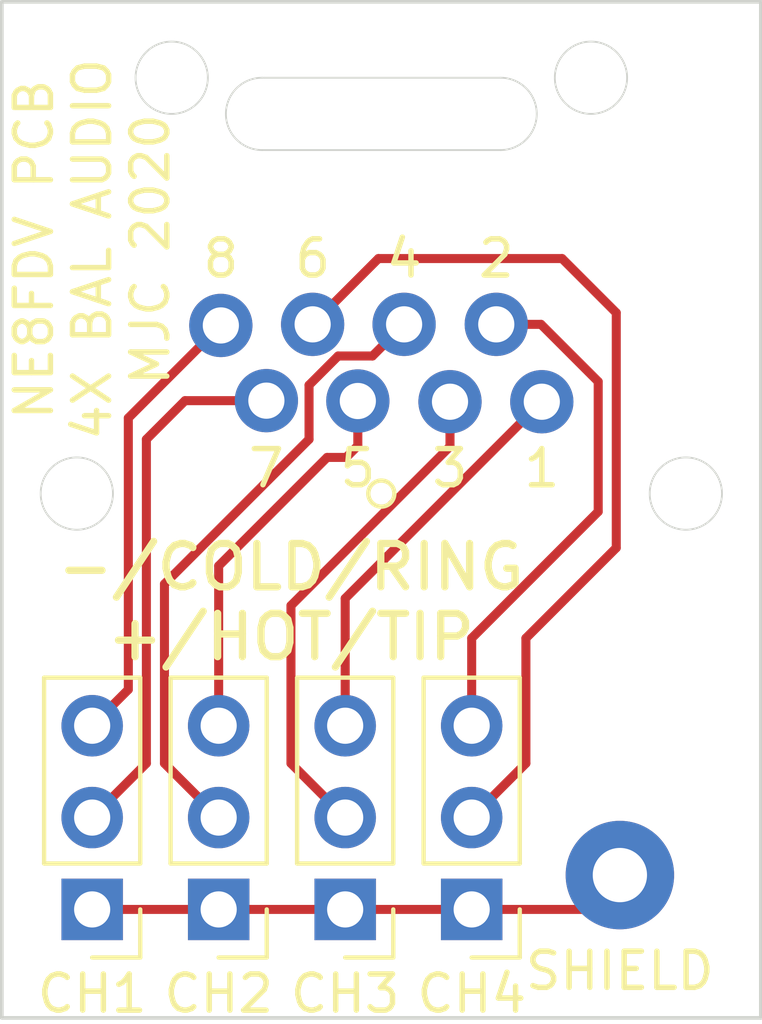
<source format=kicad_pcb>
(kicad_pcb (version 20171130) (host pcbnew "(5.1.5)-3")

  (general
    (thickness 1.6)
    (drawings 15)
    (tracks 42)
    (zones 0)
    (modules 13)
    (nets 1)
  )

  (page A4)
  (layers
    (0 F.Cu signal)
    (31 B.Cu signal)
    (33 F.Adhes user hide)
    (35 F.Paste user hide)
    (37 F.SilkS user)
    (38 B.Mask user)
    (39 F.Mask user)
    (40 Dwgs.User user hide)
    (41 Cmts.User user hide)
    (42 Eco1.User user hide)
    (43 Eco2.User user hide)
    (44 Edge.Cuts user)
    (45 Margin user hide)
    (46 B.CrtYd user)
    (47 F.CrtYd user hide)
    (49 F.Fab user hide)
  )

  (setup
    (last_trace_width 0.25)
    (user_trace_width 1)
    (user_trace_width 3)
    (trace_clearance 0.2)
    (zone_clearance 0.508)
    (zone_45_only no)
    (trace_min 0.2)
    (via_size 0.8)
    (via_drill 0.4)
    (via_min_size 0.4)
    (via_min_drill 0.3)
    (uvia_size 0.3)
    (uvia_drill 0.1)
    (uvias_allowed no)
    (uvia_min_size 0.2)
    (uvia_min_drill 0.1)
    (edge_width 0.05)
    (segment_width 0.2)
    (pcb_text_width 0.3)
    (pcb_text_size 1.5 1.5)
    (mod_edge_width 0.12)
    (mod_text_size 1 1)
    (mod_text_width 0.15)
    (pad_size 3 3)
    (pad_drill 1.50114)
    (pad_to_mask_clearance 0.051)
    (solder_mask_min_width 0.25)
    (aux_axis_origin 135 115)
    (grid_origin 135 115)
    (visible_elements 7FFFFFFF)
    (pcbplotparams
      (layerselection 0x010e0_ffffffff)
      (usegerberextensions true)
      (usegerberattributes false)
      (usegerberadvancedattributes false)
      (creategerberjobfile true)
      (excludeedgelayer false)
      (linewidth 0.100000)
      (plotframeref false)
      (viasonmask false)
      (mode 1)
      (useauxorigin false)
      (hpglpennumber 1)
      (hpglpenspeed 20)
      (hpglpendiameter 15.000000)
      (psnegative false)
      (psa4output false)
      (plotreference true)
      (plotvalue true)
      (plotinvisibletext false)
      (padsonsilk false)
      (subtractmaskfromsilk false)
      (outputformat 1)
      (mirror false)
      (drillshape 0)
      (scaleselection 1)
      (outputdirectory "gerber_and_drill/"))
  )

  (net 0 "")

  (net_class Default "This is the default net class."
    (clearance 0.2)
    (trace_width 0.25)
    (via_dia 0.8)
    (via_drill 0.4)
    (uvia_dia 0.3)
    (uvia_drill 0.1)
  )

  (module Connector_Wire:SolderWirePad_1x01_Drill1mm (layer F.Cu) (tedit 5E55B1CD) (tstamp 5E560618)
    (at 139.44 112.46)
    (descr "Wire solder connection")
    (tags connector)
    (attr virtual)
    (fp_text reference 1 (at 0 1.84) (layer F.SilkS)
      (effects (font (size 1 1) (thickness 0.15)))
    )
    (fp_text value SolderWirePad_1x01_Drill1mm (at 0 3.175) (layer F.Fab)
      (effects (font (size 1 1) (thickness 0.15)))
    )
    (fp_text user %R (at 0 0) (layer F.Fab)
      (effects (font (size 1 1) (thickness 0.15)))
    )
    (fp_line (start -1.75 -1.75) (end 1.75 -1.75) (layer F.CrtYd) (width 0.05))
    (fp_line (start -1.75 -1.75) (end -1.75 1.75) (layer F.CrtYd) (width 0.05))
    (fp_line (start 1.75 1.75) (end 1.75 -1.75) (layer F.CrtYd) (width 0.05))
    (fp_line (start 1.75 1.75) (end -1.75 1.75) (layer F.CrtYd) (width 0.05))
    (pad 1 thru_hole circle (at 0 0) (size 1.75 1.75) (drill 1.00076) (layers *.Cu *.Mask))
  )

  (module Connector_PinHeader_2.54mm:PinHeader_1x03_P2.54mm_Vertical (layer F.Cu) (tedit 59FED5CC) (tstamp 5F8AAD51)
    (at 137.5 126.5 180)
    (descr "Through hole straight pin header, 1x03, 2.54mm pitch, single row")
    (tags "Through hole pin header THT 1x03 2.54mm single row")
    (fp_text reference CH4 (at 0 -2.33) (layer F.SilkS)
      (effects (font (size 1 1) (thickness 0.15)))
    )
    (fp_text value PinHeader_1x03_P2.54mm_Vertical (at 0 7.41) (layer F.Fab)
      (effects (font (size 1 1) (thickness 0.15)))
    )
    (fp_line (start -0.635 -1.27) (end 1.27 -1.27) (layer F.Fab) (width 0.1))
    (fp_line (start 1.27 -1.27) (end 1.27 6.35) (layer F.Fab) (width 0.1))
    (fp_line (start 1.27 6.35) (end -1.27 6.35) (layer F.Fab) (width 0.1))
    (fp_line (start -1.27 6.35) (end -1.27 -0.635) (layer F.Fab) (width 0.1))
    (fp_line (start -1.27 -0.635) (end -0.635 -1.27) (layer F.Fab) (width 0.1))
    (fp_line (start -1.33 6.41) (end 1.33 6.41) (layer F.SilkS) (width 0.12))
    (fp_line (start -1.33 1.27) (end -1.33 6.41) (layer F.SilkS) (width 0.12))
    (fp_line (start 1.33 1.27) (end 1.33 6.41) (layer F.SilkS) (width 0.12))
    (fp_line (start -1.33 1.27) (end 1.33 1.27) (layer F.SilkS) (width 0.12))
    (fp_line (start -1.33 0) (end -1.33 -1.33) (layer F.SilkS) (width 0.12))
    (fp_line (start -1.33 -1.33) (end 0 -1.33) (layer F.SilkS) (width 0.12))
    (fp_line (start -1.8 -1.8) (end -1.8 6.85) (layer F.CrtYd) (width 0.05))
    (fp_line (start -1.8 6.85) (end 1.8 6.85) (layer F.CrtYd) (width 0.05))
    (fp_line (start 1.8 6.85) (end 1.8 -1.8) (layer F.CrtYd) (width 0.05))
    (fp_line (start 1.8 -1.8) (end -1.8 -1.8) (layer F.CrtYd) (width 0.05))
    (fp_text user %R (at 0 2.54 90) (layer F.Fab)
      (effects (font (size 1 1) (thickness 0.15)))
    )
    (pad 1 thru_hole rect (at 0 0 180) (size 1.7 1.7) (drill 1) (layers *.Cu *.Mask))
    (pad 2 thru_hole oval (at 0 2.54 180) (size 1.7 1.7) (drill 1) (layers *.Cu *.Mask))
    (pad 3 thru_hole oval (at 0 5.08 180) (size 1.7 1.7) (drill 1) (layers *.Cu *.Mask))
    (model ${KISYS3DMOD}/Connector_PinHeader_2.54mm.3dshapes/PinHeader_1x03_P2.54mm_Vertical.wrl
      (at (xyz 0 0 0))
      (scale (xyz 1 1 1))
      (rotate (xyz 0 0 0))
    )
  )

  (module Connector_PinHeader_2.54mm:PinHeader_1x03_P2.54mm_Vertical (layer F.Cu) (tedit 59FED5CC) (tstamp 5F8AAD25)
    (at 134 126.5 180)
    (descr "Through hole straight pin header, 1x03, 2.54mm pitch, single row")
    (tags "Through hole pin header THT 1x03 2.54mm single row")
    (fp_text reference CH3 (at 0 -2.33) (layer F.SilkS)
      (effects (font (size 1 1) (thickness 0.15)))
    )
    (fp_text value PinHeader_1x03_P2.54mm_Vertical (at 0 7.41) (layer F.Fab)
      (effects (font (size 1 1) (thickness 0.15)))
    )
    (fp_text user %R (at 0 2.54 90) (layer F.Fab)
      (effects (font (size 1 1) (thickness 0.15)))
    )
    (fp_line (start 1.8 -1.8) (end -1.8 -1.8) (layer F.CrtYd) (width 0.05))
    (fp_line (start 1.8 6.85) (end 1.8 -1.8) (layer F.CrtYd) (width 0.05))
    (fp_line (start -1.8 6.85) (end 1.8 6.85) (layer F.CrtYd) (width 0.05))
    (fp_line (start -1.8 -1.8) (end -1.8 6.85) (layer F.CrtYd) (width 0.05))
    (fp_line (start -1.33 -1.33) (end 0 -1.33) (layer F.SilkS) (width 0.12))
    (fp_line (start -1.33 0) (end -1.33 -1.33) (layer F.SilkS) (width 0.12))
    (fp_line (start -1.33 1.27) (end 1.33 1.27) (layer F.SilkS) (width 0.12))
    (fp_line (start 1.33 1.27) (end 1.33 6.41) (layer F.SilkS) (width 0.12))
    (fp_line (start -1.33 1.27) (end -1.33 6.41) (layer F.SilkS) (width 0.12))
    (fp_line (start -1.33 6.41) (end 1.33 6.41) (layer F.SilkS) (width 0.12))
    (fp_line (start -1.27 -0.635) (end -0.635 -1.27) (layer F.Fab) (width 0.1))
    (fp_line (start -1.27 6.35) (end -1.27 -0.635) (layer F.Fab) (width 0.1))
    (fp_line (start 1.27 6.35) (end -1.27 6.35) (layer F.Fab) (width 0.1))
    (fp_line (start 1.27 -1.27) (end 1.27 6.35) (layer F.Fab) (width 0.1))
    (fp_line (start -0.635 -1.27) (end 1.27 -1.27) (layer F.Fab) (width 0.1))
    (pad 3 thru_hole oval (at 0 5.08 180) (size 1.7 1.7) (drill 1) (layers *.Cu *.Mask))
    (pad 2 thru_hole oval (at 0 2.54 180) (size 1.7 1.7) (drill 1) (layers *.Cu *.Mask))
    (pad 1 thru_hole rect (at 0 0 180) (size 1.7 1.7) (drill 1) (layers *.Cu *.Mask))
    (model ${KISYS3DMOD}/Connector_PinHeader_2.54mm.3dshapes/PinHeader_1x03_P2.54mm_Vertical.wrl
      (at (xyz 0 0 0))
      (scale (xyz 1 1 1))
      (rotate (xyz 0 0 0))
    )
  )

  (module Connector_PinHeader_2.54mm:PinHeader_1x03_P2.54mm_Vertical (layer F.Cu) (tedit 59FED5CC) (tstamp 5F8AACF9)
    (at 130.5 126.5 180)
    (descr "Through hole straight pin header, 1x03, 2.54mm pitch, single row")
    (tags "Through hole pin header THT 1x03 2.54mm single row")
    (fp_text reference CH2 (at 0 -2.33) (layer F.SilkS)
      (effects (font (size 1 1) (thickness 0.15)))
    )
    (fp_text value PinHeader_1x03_P2.54mm_Vertical (at 0 7.41) (layer F.Fab)
      (effects (font (size 1 1) (thickness 0.15)))
    )
    (fp_line (start -0.635 -1.27) (end 1.27 -1.27) (layer F.Fab) (width 0.1))
    (fp_line (start 1.27 -1.27) (end 1.27 6.35) (layer F.Fab) (width 0.1))
    (fp_line (start 1.27 6.35) (end -1.27 6.35) (layer F.Fab) (width 0.1))
    (fp_line (start -1.27 6.35) (end -1.27 -0.635) (layer F.Fab) (width 0.1))
    (fp_line (start -1.27 -0.635) (end -0.635 -1.27) (layer F.Fab) (width 0.1))
    (fp_line (start -1.33 6.41) (end 1.33 6.41) (layer F.SilkS) (width 0.12))
    (fp_line (start -1.33 1.27) (end -1.33 6.41) (layer F.SilkS) (width 0.12))
    (fp_line (start 1.33 1.27) (end 1.33 6.41) (layer F.SilkS) (width 0.12))
    (fp_line (start -1.33 1.27) (end 1.33 1.27) (layer F.SilkS) (width 0.12))
    (fp_line (start -1.33 0) (end -1.33 -1.33) (layer F.SilkS) (width 0.12))
    (fp_line (start -1.33 -1.33) (end 0 -1.33) (layer F.SilkS) (width 0.12))
    (fp_line (start -1.8 -1.8) (end -1.8 6.85) (layer F.CrtYd) (width 0.05))
    (fp_line (start -1.8 6.85) (end 1.8 6.85) (layer F.CrtYd) (width 0.05))
    (fp_line (start 1.8 6.85) (end 1.8 -1.8) (layer F.CrtYd) (width 0.05))
    (fp_line (start 1.8 -1.8) (end -1.8 -1.8) (layer F.CrtYd) (width 0.05))
    (fp_text user %R (at 0 2.54 90) (layer F.Fab)
      (effects (font (size 1 1) (thickness 0.15)))
    )
    (pad 1 thru_hole rect (at 0 0 180) (size 1.7 1.7) (drill 1) (layers *.Cu *.Mask))
    (pad 2 thru_hole oval (at 0 2.54 180) (size 1.7 1.7) (drill 1) (layers *.Cu *.Mask))
    (pad 3 thru_hole oval (at 0 5.08 180) (size 1.7 1.7) (drill 1) (layers *.Cu *.Mask))
    (model ${KISYS3DMOD}/Connector_PinHeader_2.54mm.3dshapes/PinHeader_1x03_P2.54mm_Vertical.wrl
      (at (xyz 0 0 0))
      (scale (xyz 1 1 1))
      (rotate (xyz 0 0 0))
    )
  )

  (module Connector_PinHeader_2.54mm:PinHeader_1x03_P2.54mm_Vertical (layer F.Cu) (tedit 59FED5CC) (tstamp 5F8AAC63)
    (at 127 126.5 180)
    (descr "Through hole straight pin header, 1x03, 2.54mm pitch, single row")
    (tags "Through hole pin header THT 1x03 2.54mm single row")
    (fp_text reference CH1 (at 0 -2.33) (layer F.SilkS)
      (effects (font (size 1 1) (thickness 0.15)))
    )
    (fp_text value PinHeader_1x03_P2.54mm_Vertical (at 0 7.41) (layer F.Fab)
      (effects (font (size 1 1) (thickness 0.15)))
    )
    (fp_text user %R (at 0 2.54 90) (layer F.Fab)
      (effects (font (size 1 1) (thickness 0.15)))
    )
    (fp_line (start 1.8 -1.8) (end -1.8 -1.8) (layer F.CrtYd) (width 0.05))
    (fp_line (start 1.8 6.85) (end 1.8 -1.8) (layer F.CrtYd) (width 0.05))
    (fp_line (start -1.8 6.85) (end 1.8 6.85) (layer F.CrtYd) (width 0.05))
    (fp_line (start -1.8 -1.8) (end -1.8 6.85) (layer F.CrtYd) (width 0.05))
    (fp_line (start -1.33 -1.33) (end 0 -1.33) (layer F.SilkS) (width 0.12))
    (fp_line (start -1.33 0) (end -1.33 -1.33) (layer F.SilkS) (width 0.12))
    (fp_line (start -1.33 1.27) (end 1.33 1.27) (layer F.SilkS) (width 0.12))
    (fp_line (start 1.33 1.27) (end 1.33 6.41) (layer F.SilkS) (width 0.12))
    (fp_line (start -1.33 1.27) (end -1.33 6.41) (layer F.SilkS) (width 0.12))
    (fp_line (start -1.33 6.41) (end 1.33 6.41) (layer F.SilkS) (width 0.12))
    (fp_line (start -1.27 -0.635) (end -0.635 -1.27) (layer F.Fab) (width 0.1))
    (fp_line (start -1.27 6.35) (end -1.27 -0.635) (layer F.Fab) (width 0.1))
    (fp_line (start 1.27 6.35) (end -1.27 6.35) (layer F.Fab) (width 0.1))
    (fp_line (start 1.27 -1.27) (end 1.27 6.35) (layer F.Fab) (width 0.1))
    (fp_line (start -0.635 -1.27) (end 1.27 -1.27) (layer F.Fab) (width 0.1))
    (pad 3 thru_hole oval (at 0 5.08 180) (size 1.7 1.7) (drill 1) (layers *.Cu *.Mask))
    (pad 2 thru_hole oval (at 0 2.54 180) (size 1.7 1.7) (drill 1) (layers *.Cu *.Mask))
    (pad 1 thru_hole rect (at 0 0 180) (size 1.7 1.7) (drill 1) (layers *.Cu *.Mask))
    (model ${KISYS3DMOD}/Connector_PinHeader_2.54mm.3dshapes/PinHeader_1x03_P2.54mm_Vertical.wrl
      (at (xyz 0 0 0))
      (scale (xyz 1 1 1))
      (rotate (xyz 0 0 0))
    )
  )

  (module Connector_Wire:SolderWirePad_1x01_Drill1.5mm (layer F.Cu) (tedit 5E55B1AD) (tstamp 5E561F4F)
    (at 141.6 125.55)
    (descr "Wire solder connection")
    (tags connector)
    (attr virtual)
    (fp_text reference SHIELD (at 0 2.65) (layer F.SilkS)
      (effects (font (size 1 1) (thickness 0.15)))
    )
    (fp_text value SolderWirePad_1x01_Drill1.5mm (at 0 3.81) (layer F.Fab)
      (effects (font (size 1 1) (thickness 0.15)))
    )
    (fp_line (start 2.5 2.5) (end -2.5 2.5) (layer F.CrtYd) (width 0.05))
    (fp_line (start 2.5 2.5) (end 2.5 -2.5) (layer F.CrtYd) (width 0.05))
    (fp_line (start -2.5 -2.5) (end -2.5 2.5) (layer F.CrtYd) (width 0.05))
    (fp_line (start -2.5 -2.5) (end 2.5 -2.5) (layer F.CrtYd) (width 0.05))
    (fp_text user %R (at 0 0) (layer F.Fab)
      (effects (font (size 1 1) (thickness 0.15)))
    )
    (pad 1 thru_hole circle (at 0 0) (size 3 3) (drill 1.50114) (layers *.Cu *.Mask))
  )

  (module Connector_Wire:SolderWirePad_1x01_Drill1mm (layer F.Cu) (tedit 5E55B1E2) (tstamp 5E56045A)
    (at 138.18 110.32)
    (descr "Wire solder connection")
    (tags connector)
    (attr virtual)
    (fp_text reference 2 (at 0 -1.82) (layer F.SilkS)
      (effects (font (size 1 1) (thickness 0.15)))
    )
    (fp_text value SolderWirePad_1x01_Drill1mm (at 0 3.175) (layer F.Fab)
      (effects (font (size 1 1) (thickness 0.15)))
    )
    (fp_line (start 1.75 1.75) (end -1.75 1.75) (layer F.CrtYd) (width 0.05))
    (fp_line (start 1.75 1.75) (end 1.75 -1.75) (layer F.CrtYd) (width 0.05))
    (fp_line (start -1.75 -1.75) (end -1.75 1.75) (layer F.CrtYd) (width 0.05))
    (fp_line (start -1.75 -1.75) (end 1.75 -1.75) (layer F.CrtYd) (width 0.05))
    (fp_text user %R (at 0 0) (layer F.Fab)
      (effects (font (size 1 1) (thickness 0.15)))
    )
    (pad 1 thru_hole circle (at 0 0) (size 1.75 1.75) (drill 1.00076) (layers *.Cu *.Mask))
  )

  (module Connector_Wire:SolderWirePad_1x01_Drill1mm (layer F.Cu) (tedit 5E55B1DE) (tstamp 5E56045A)
    (at 135.63 110.32)
    (descr "Wire solder connection")
    (tags connector)
    (attr virtual)
    (fp_text reference 4 (at 0 -1.82) (layer F.SilkS)
      (effects (font (size 1 1) (thickness 0.15)))
    )
    (fp_text value SolderWirePad_1x01_Drill1mm (at 0 3.175) (layer F.Fab)
      (effects (font (size 1 1) (thickness 0.15)))
    )
    (fp_line (start 1.75 1.75) (end -1.75 1.75) (layer F.CrtYd) (width 0.05))
    (fp_line (start 1.75 1.75) (end 1.75 -1.75) (layer F.CrtYd) (width 0.05))
    (fp_line (start -1.75 -1.75) (end -1.75 1.75) (layer F.CrtYd) (width 0.05))
    (fp_line (start -1.75 -1.75) (end 1.75 -1.75) (layer F.CrtYd) (width 0.05))
    (fp_text user %R (at 0 0) (layer F.Fab)
      (effects (font (size 1 1) (thickness 0.15)))
    )
    (pad 1 thru_hole circle (at 0 0) (size 1.75 1.75) (drill 1.00076) (layers *.Cu *.Mask))
  )

  (module Connector_Wire:SolderWirePad_1x01_Drill1mm (layer F.Cu) (tedit 5E55B1D8) (tstamp 5E56045A)
    (at 133.1 110.32)
    (descr "Wire solder connection")
    (tags connector)
    (attr virtual)
    (fp_text reference 6 (at 0 -1.82) (layer F.SilkS)
      (effects (font (size 1 1) (thickness 0.15)))
    )
    (fp_text value SolderWirePad_1x01_Drill1mm (at 0 3.175) (layer F.Fab)
      (effects (font (size 1 1) (thickness 0.15)))
    )
    (fp_line (start 1.75 1.75) (end -1.75 1.75) (layer F.CrtYd) (width 0.05))
    (fp_line (start 1.75 1.75) (end 1.75 -1.75) (layer F.CrtYd) (width 0.05))
    (fp_line (start -1.75 -1.75) (end -1.75 1.75) (layer F.CrtYd) (width 0.05))
    (fp_line (start -1.75 -1.75) (end 1.75 -1.75) (layer F.CrtYd) (width 0.05))
    (fp_text user %R (at 0 0) (layer F.Fab)
      (effects (font (size 1 1) (thickness 0.15)))
    )
    (pad 1 thru_hole circle (at 0 0) (size 1.75 1.75) (drill 1.00076) (layers *.Cu *.Mask))
  )

  (module Connector_Wire:SolderWirePad_1x01_Drill1mm (layer F.Cu) (tedit 5E55B1B9) (tstamp 5E560735)
    (at 131.82 112.43)
    (descr "Wire solder connection")
    (tags connector)
    (attr virtual)
    (fp_text reference 7 (at 0 1.87) (layer F.SilkS)
      (effects (font (size 1 1) (thickness 0.15)))
    )
    (fp_text value SolderWirePad_1x01_Drill1mm (at 0 3.175) (layer F.Fab)
      (effects (font (size 1 1) (thickness 0.15)))
    )
    (fp_line (start 1.75 1.75) (end -1.75 1.75) (layer F.CrtYd) (width 0.05))
    (fp_line (start 1.75 1.75) (end 1.75 -1.75) (layer F.CrtYd) (width 0.05))
    (fp_line (start -1.75 -1.75) (end -1.75 1.75) (layer F.CrtYd) (width 0.05))
    (fp_line (start -1.75 -1.75) (end 1.75 -1.75) (layer F.CrtYd) (width 0.05))
    (fp_text user %R (at 0 0) (layer F.Fab)
      (effects (font (size 1 1) (thickness 0.15)))
    )
    (pad 1 thru_hole circle (at 0 0) (size 1.75 1.75) (drill 1.00076) (layers *.Cu *.Mask))
  )

  (module Connector_Wire:SolderWirePad_1x01_Drill1mm (layer F.Cu) (tedit 5E55B1C2) (tstamp 5E56045A)
    (at 134.35 112.44)
    (descr "Wire solder connection")
    (tags connector)
    (attr virtual)
    (fp_text reference 5 (at 0 1.86) (layer F.SilkS)
      (effects (font (size 1 1) (thickness 0.15)))
    )
    (fp_text value SolderWirePad_1x01_Drill1mm (at 0 3.175) (layer F.Fab)
      (effects (font (size 1 1) (thickness 0.15)))
    )
    (fp_line (start 1.75 1.75) (end -1.75 1.75) (layer F.CrtYd) (width 0.05))
    (fp_line (start 1.75 1.75) (end 1.75 -1.75) (layer F.CrtYd) (width 0.05))
    (fp_line (start -1.75 -1.75) (end -1.75 1.75) (layer F.CrtYd) (width 0.05))
    (fp_line (start -1.75 -1.75) (end 1.75 -1.75) (layer F.CrtYd) (width 0.05))
    (fp_text user %R (at 0 0) (layer F.Fab)
      (effects (font (size 1 1) (thickness 0.15)))
    )
    (pad 1 thru_hole circle (at 0 0) (size 1.75 1.75) (drill 1.00076) (layers *.Cu *.Mask))
  )

  (module Connector_Wire:SolderWirePad_1x01_Drill1mm (layer F.Cu) (tedit 5E55B1C8) (tstamp 5E56045A)
    (at 136.9 112.46)
    (descr "Wire solder connection")
    (tags connector)
    (attr virtual)
    (fp_text reference 3 (at 0 1.84) (layer F.SilkS)
      (effects (font (size 1 1) (thickness 0.15)))
    )
    (fp_text value SolderWirePad_1x01_Drill1mm (at 0 3.175) (layer F.Fab)
      (effects (font (size 1 1) (thickness 0.15)))
    )
    (fp_line (start 1.75 1.75) (end -1.75 1.75) (layer F.CrtYd) (width 0.05))
    (fp_line (start 1.75 1.75) (end 1.75 -1.75) (layer F.CrtYd) (width 0.05))
    (fp_line (start -1.75 -1.75) (end -1.75 1.75) (layer F.CrtYd) (width 0.05))
    (fp_line (start -1.75 -1.75) (end 1.75 -1.75) (layer F.CrtYd) (width 0.05))
    (fp_text user %R (at 0 0) (layer F.Fab)
      (effects (font (size 1 1) (thickness 0.15)))
    )
    (pad 1 thru_hole circle (at 0 0) (size 1.75 1.75) (drill 1.00076) (layers *.Cu *.Mask))
  )

  (module Connector_Wire:SolderWirePad_1x01_Drill1mm (layer F.Cu) (tedit 5E55B1D3) (tstamp 5E5603C7)
    (at 130.56 110.35)
    (descr "Wire solder connection")
    (tags connector)
    (attr virtual)
    (fp_text reference 8 (at 0 -1.85) (layer F.SilkS)
      (effects (font (size 1 1) (thickness 0.15)))
    )
    (fp_text value SolderWirePad_1x01_Drill1mm (at 0 3.175) (layer F.Fab)
      (effects (font (size 1 1) (thickness 0.15)))
    )
    (fp_line (start 1.75 1.75) (end -1.75 1.75) (layer F.CrtYd) (width 0.05))
    (fp_line (start 1.75 1.75) (end 1.75 -1.75) (layer F.CrtYd) (width 0.05))
    (fp_line (start -1.75 -1.75) (end -1.75 1.75) (layer F.CrtYd) (width 0.05))
    (fp_line (start -1.75 -1.75) (end 1.75 -1.75) (layer F.CrtYd) (width 0.05))
    (fp_text user %R (at 0 0) (layer F.Fab)
      (effects (font (size 1 1) (thickness 0.15)))
    )
    (pad 1 thru_hole circle (at 0 0) (size 1.75 1.75) (drill 1.00076) (layers *.Cu *.Mask))
  )

  (gr_text "-/COLD/RING\n+/HOT/TIP" (at 132.5 118) (layer F.SilkS)
    (effects (font (size 1.2 1.2) (thickness 0.2)))
  )
  (gr_arc (start 131.7 104.5) (end 131.7 103.5) (angle -180) (layer Edge.Cuts) (width 0.05))
  (gr_arc (start 138.3 104.5) (end 138.3 105.5) (angle -180) (layer Edge.Cuts) (width 0.05))
  (gr_line (start 145.5 101.4) (end 145.5 129.5) (layer Edge.Cuts) (width 0.1))
  (gr_line (start 124.5 101.4) (end 145.5 101.4) (layer Edge.Cuts) (width 0.1))
  (gr_line (start 124.5 129.5) (end 124.5 101.4) (layer Edge.Cuts) (width 0.1))
  (gr_line (start 145.5 129.5) (end 124.5 129.5) (layer Edge.Cuts) (width 0.1))
  (gr_line (start 131.7 105.5) (end 138.3 105.5) (layer Edge.Cuts) (width 0.05) (tstamp 5E560785))
  (gr_line (start 131.7 103.5) (end 138.3 103.5) (layer Edge.Cuts) (width 0.05) (tstamp 5E560784))
  (gr_circle (center 129.2 103.5) (end 130.2 103.5) (layer Edge.Cuts) (width 0.05) (tstamp 5E55AB8D))
  (gr_circle (center 140.8 103.5) (end 141.8 103.5) (layer Edge.Cuts) (width 0.05) (tstamp 5E55AB8D))
  (gr_circle (center 126.575 115) (end 127.575 115) (layer Edge.Cuts) (width 0.05) (tstamp 5E5603F3))
  (gr_circle (center 143.425 115) (end 144.425 115) (layer Edge.Cuts) (width 0.05))
  (gr_text "NE8FDV PCB\n4X BAL AUDIO\nMJC 2020" (at 127 108.25 90) (layer F.SilkS)
    (effects (font (size 1 1) (thickness 0.15)))
  )
  (gr_circle (center 135 115) (end 135.3 115.2) (layer F.SilkS) (width 0.12))

  (segment (start 141.54 125.49) (end 141.6 125.55) (width 0.25) (layer F.Cu) (net 0))
  (segment (start 141.5 125.45) (end 141.6 125.55) (width 1) (layer F.Cu) (net 0))
  (segment (start 127 126.5) (end 137.5 126.5) (width 0.25) (layer F.Cu) (net 0))
  (segment (start 140.65 126.5) (end 141.6 125.55) (width 0.25) (layer F.Cu) (net 0))
  (segment (start 137.5 126.5) (end 140.65 126.5) (width 0.25) (layer F.Cu) (net 0))
  (segment (start 130.56 110.35) (end 128 112.91) (width 0.25) (layer F.Cu) (net 0))
  (segment (start 128 120.42) (end 127 121.42) (width 0.25) (layer F.Cu) (net 0))
  (segment (start 128 112.91) (end 128 120.42) (width 0.25) (layer F.Cu) (net 0))
  (segment (start 128.5 122.46) (end 127 123.96) (width 0.25) (layer F.Cu) (net 0))
  (segment (start 131.82 112.43) (end 129.57 112.43) (width 0.25) (layer F.Cu) (net 0))
  (segment (start 128.5 113.5) (end 128.5 122.46) (width 0.25) (layer F.Cu) (net 0))
  (segment (start 129.57 112.43) (end 128.5 113.5) (width 0.25) (layer F.Cu) (net 0))
  (segment (start 134.755001 111.194999) (end 133.805001 111.194999) (width 0.25) (layer F.Cu) (net 0))
  (segment (start 135.63 110.32) (end 134.755001 111.194999) (width 0.25) (layer F.Cu) (net 0))
  (segment (start 133.805001 111.194999) (end 133 112) (width 0.25) (layer F.Cu) (net 0))
  (segment (start 133 112) (end 133 113.5) (width 0.25) (layer F.Cu) (net 0))
  (segment (start 133 113.5) (end 129 117.5) (width 0.25) (layer F.Cu) (net 0))
  (segment (start 129 122.46) (end 130.5 123.96) (width 0.25) (layer F.Cu) (net 0))
  (segment (start 129 117.5) (end 129 122.46) (width 0.25) (layer F.Cu) (net 0))
  (segment (start 139.44 112.46) (end 134 117.9) (width 0.25) (layer F.Cu) (net 0))
  (segment (start 134 117.9) (end 134 121.42) (width 0.25) (layer F.Cu) (net 0))
  (segment (start 139.417436 110.32) (end 141 111.902564) (width 0.25) (layer F.Cu) (net 0))
  (segment (start 138.18 110.32) (end 139.417436 110.32) (width 0.25) (layer F.Cu) (net 0))
  (segment (start 141 111.902564) (end 141 115.5) (width 0.25) (layer F.Cu) (net 0))
  (segment (start 137.5 119) (end 137.5 121.42) (width 0.25) (layer F.Cu) (net 0))
  (segment (start 141 115.5) (end 137.5 119) (width 0.25) (layer F.Cu) (net 0))
  (segment (start 133.1 110.32) (end 134.92 108.5) (width 0.25) (layer F.Cu) (net 0))
  (segment (start 134.92 108.5) (end 140 108.5) (width 0.25) (layer F.Cu) (net 0))
  (segment (start 140 108.5) (end 141.5 110) (width 0.25) (layer F.Cu) (net 0))
  (segment (start 141.5 110) (end 141.5 116.5) (width 0.25) (layer F.Cu) (net 0))
  (segment (start 141.5 116.5) (end 139 119) (width 0.25) (layer F.Cu) (net 0))
  (segment (start 139 122.46) (end 137.5 123.96) (width 0.25) (layer F.Cu) (net 0))
  (segment (start 139 119) (end 139 122.46) (width 0.25) (layer F.Cu) (net 0))
  (segment (start 134.35 113.677436) (end 134.35 112.44) (width 0.25) (layer F.Cu) (net 0))
  (segment (start 134.027436 114) (end 134.35 113.677436) (width 0.25) (layer F.Cu) (net 0))
  (segment (start 133.5 114) (end 134.027436 114) (width 0.25) (layer F.Cu) (net 0))
  (segment (start 130.5 117) (end 133.5 114) (width 0.25) (layer F.Cu) (net 0))
  (segment (start 130.5 121.42) (end 130.5 117) (width 0.25) (layer F.Cu) (net 0))
  (segment (start 136.9 113.697436) (end 132.5 118.097436) (width 0.25) (layer F.Cu) (net 0))
  (segment (start 136.9 112.46) (end 136.9 113.697436) (width 0.25) (layer F.Cu) (net 0))
  (segment (start 132.5 122.46) (end 134 123.96) (width 0.25) (layer F.Cu) (net 0))
  (segment (start 132.5 118.097436) (end 132.5 122.46) (width 0.25) (layer F.Cu) (net 0))

)

</source>
